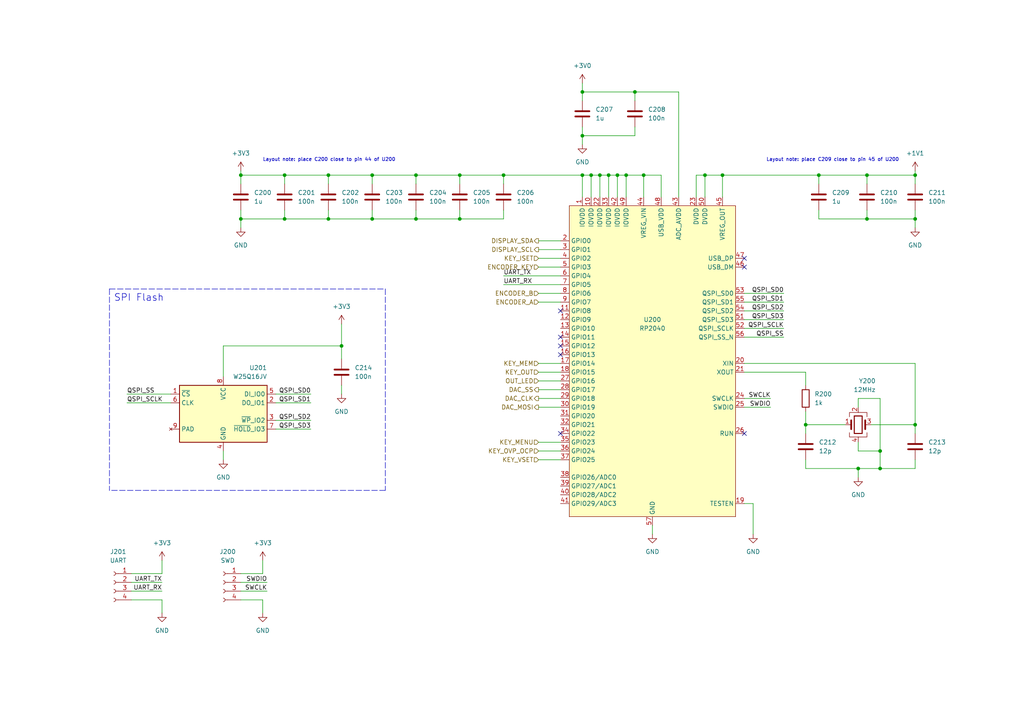
<source format=kicad_sch>
(kicad_sch (version 20211123) (generator eeschema)
  (paper "A4")
  (title_block (title "Linear PSU Digital Board") (date "06/2023") (rev "1") (company "Martin Kopka"))
  (lib_symbols
    (symbol "Connector:Conn_01x04_Female" (pin_names (offset 1.016) hide)
      (property "Reference" "J" (at 0 5.08 0))
      (property "Value" "Conn_01x04_Female" (at 0 -7.62 0))
      (symbol "Conn_01x04_Female_1_1"
        (arc (start 0 -4.572) (mid -0.508 -5.08) (end 0 -5.588) (stroke (width 0.1524)))
        (arc (start 0 -2.032) (mid -0.508 -2.54) (end 0 -3.048) (stroke (width 0.1524)))
        (polyline (pts (xy -1.27 -5.08) (xy -0.508 -5.08)) (stroke (width 0.1524)))
        (polyline (pts (xy -1.27 -2.54) (xy -0.508 -2.54)) (stroke (width 0.1524)))
        (polyline (pts (xy -1.27 0) (xy -0.508 0)) (stroke (width 0.1524)))
        (polyline (pts (xy -1.27 2.54) (xy -0.508 2.54)) (stroke (width 0.1524)))
        (arc (start 0 0.508) (mid -0.508 0) (end 0 -0.508) (stroke (width 0.1524)))
        (arc (start 0 3.048) (mid -0.508 2.54) (end 0 2.032) (stroke (width 0.1524)))
        (pin passive line (at -5.08 2.54 0) (length 3.81) (name "Pin_1") (number "1"))
        (pin passive line (at -5.08 0 0) (length 3.81) (name "Pin_2") (number "2"))
        (pin passive line (at -5.08 -2.54 0) (length 3.81) (name "Pin_3") (number "3"))
        (pin passive line (at -5.08 -5.08 0) (length 3.81) (name "Pin_4") (number "4"))
      )
    )
    (symbol "Device:C" (pin_numbers hide) (pin_names (offset 0.254))
      (property "Reference" "C" (at 0.635 2.54 0))
      (property "Value" "C" (at 0.635 -2.54 0))
      (symbol "C_0_1"
        (polyline (pts (xy -2.032 -0.762) (xy 2.032 -0.762)) (stroke (width 0.508)))
        (polyline (pts (xy -2.032 0.762) (xy 2.032 0.762)) (stroke (width 0.508)))
      )
      (symbol "C_1_1"
        (pin passive line (at 0 3.81 270) (length 2.794) (name "~") (number "1"))
        (pin passive line (at 0 -3.81 90) (length 2.794) (name "~") (number "2"))
      )
    )
    (symbol "Device:Crystal_GND24" (pin_names (offset 1.016) hide)
      (property "Reference" "Y" (at 3.175 5.08 0))
      (property "Value" "Crystal_GND24" (at 3.175 3.175 0))
      (symbol "Crystal_GND24_0_1"
        (rectangle (start -1.143 2.54) (end 1.143 -2.54) (stroke (width 0.3048)))
        (polyline (pts (xy -2.54 0) (xy -2.032 0)))
        (polyline (pts (xy -2.032 -1.27) (xy -2.032 1.27)) (stroke (width 0.508)))
        (polyline (pts (xy 0 -3.81) (xy 0 -3.556)))
        (polyline (pts (xy 0 3.556) (xy 0 3.81)))
        (polyline (pts (xy 2.032 -1.27) (xy 2.032 1.27)) (stroke (width 0.508)))
        (polyline (pts (xy 2.032 0) (xy 2.54 0)))
        (polyline (pts (xy -2.54 -2.286) (xy -2.54 -3.556) (xy 2.54 -3.556) (xy 2.54 -2.286)))
        (polyline (pts (xy -2.54 2.286) (xy -2.54 3.556) (xy 2.54 3.556) (xy 2.54 2.286)))
      )
      (symbol "Crystal_GND24_1_1"
        (pin passive line (at -3.81 0 0) (length 1.27) (name "1") (number "1"))
        (pin passive line (at 0 5.08 270) (length 1.27) (name "2") (number "2"))
        (pin passive line (at 3.81 0 180) (length 1.27) (name "3") (number "3"))
        (pin passive line (at 0 -5.08 90) (length 1.27) (name "4") (number "4"))
      )
    )
    (symbol "Device:R" (pin_numbers hide) (pin_names (offset 0))
      (property "Reference" "R" (at 2.032 0 90))
      (property "Value" "R" (at 0 0 90))
      (symbol "R_0_1"
        (rectangle (start -1.016 -2.54) (end 1.016 2.54) (stroke (width 0.254)))
      )
      (symbol "R_1_1"
        (pin passive line (at 0 3.81 270) (length 1.27) (name "~") (number "1"))
        (pin passive line (at 0 -3.81 90) (length 1.27) (name "~") (number "2"))
      )
    )
    (symbol "power:+1V1" (power) (pin_names (offset 0))
      (property "Value" "+1V1" (at 0 3.556 0))
      (symbol "+1V1_0_1"
        (polyline (pts (xy -0.762 1.27) (xy 0 2.54)))
        (polyline (pts (xy 0 0) (xy 0 2.54)))
        (polyline (pts (xy 0 2.54) (xy 0.762 1.27)))
      )
      (symbol "+1V1_1_1"
        (pin power_in line (at 0 0 90) (length 0) hide (name "+1V1") (number "1"))
      )
    )
    (symbol "power:+3V0" (power) (pin_names (offset 0))
      (property "Value" "+3V0" (at 0 3.556 0))
      (symbol "+3V0_0_1"
        (polyline (pts (xy -0.762 1.27) (xy 0 2.54)))
        (polyline (pts (xy 0 0) (xy 0 2.54)))
        (polyline (pts (xy 0 2.54) (xy 0.762 1.27)))
      )
      (symbol "+3V0_1_1"
        (pin power_in line (at 0 0 90) (length 0) hide (name "+3V0") (number "1"))
      )
    )
    (symbol "power:+3V3" (power) (pin_names (offset 0))
      (property "Value" "+3V3" (at 0 3.556 0))
      (symbol "+3V3_0_1"
        (polyline (pts (xy -0.762 1.27) (xy 0 2.54)))
        (polyline (pts (xy 0 0) (xy 0 2.54)))
        (polyline (pts (xy 0 2.54) (xy 0.762 1.27)))
      )
      (symbol "+3V3_1_1"
        (pin power_in line (at 0 0 90) (length 0) hide (name "+3V3") (number "1"))
      )
    )
    (symbol "power:GND" (power) (pin_names (offset 0))
      (property "Value" "GND" (at 0 -3.81 0))
      (symbol "GND_0_1"
        (polyline (pts (xy 0 0) (xy 0 -1.27) (xy 1.27 -1.27) (xy 0 -2.54) (xy -1.27 -1.27) (xy 0 -1.27)))
      )
      (symbol "GND_1_1"
        (pin power_in line (at 0 0 270) (length 0) hide (name "GND") (number "1"))
      )
    )
    (symbol "w-digital-ic:W25Q16JV"
      (property "Reference" "U" (at 15.24 12.7 0))
      (property "Value" "W25Q16JV" (at 15.24 10.16 0))
      (symbol "W25Q16JV_0_1"
        (rectangle (start -12.7 7.62) (end 12.7 -8.89) (stroke (width 0.254)) (fill (type background)))
      )
      (symbol "W25Q16JV_1_1"
        (pin input line (at -15.24 5.08 0) (length 2.54) (name "~{CS}") (number "1"))
        (pin bidirectional line (at 15.24 2.54 180) (length 2.54) (name "DO_IO1") (number "2"))
        (pin bidirectional line (at 15.24 -2.54 180) (length 2.54) (name "~{WP}_IO2") (number "3"))
        (pin power_in line (at 0 -11.43 90) (length 2.54) (name "GND") (number "4"))
        (pin bidirectional line (at 15.24 5.08 180) (length 2.54) (name "DI_IO0") (number "5"))
        (pin input line (at -15.24 2.54 0) (length 2.54) (name "CLK") (number "6"))
        (pin bidirectional line (at 15.24 -5.08 180) (length 2.54) (name "~{HOLD}_IO3") (number "7"))
        (pin power_in line (at 0 10.16 270) (length 2.54) (name "VCC") (number "8"))
        (pin no_connect line (at -15.24 -5.08 0) (length 2.54) (name "PAD") (number "9"))
      )
    )
    (symbol "w-mcu:RP2040"
      (property "Reference" "U" (at 22.86 -55.88 0))
      (property "Value" "RP2040" (at 22.86 -58.42 0))
      (symbol "RP2040_0_1"
        (rectangle (start -24.13 36.83) (end 24.13 -53.34) (fill (type background)))
      )
      (symbol "RP2040_1_1"
        (pin power_in line (at -20.32 39.37 270) (length 2.54) (name "IOVDD") (number "1"))
        (pin power_in line (at -17.78 39.37 270) (length 2.54) (name "IOVDD") (number "10"))
        (pin bidirectional line (at -26.67 6.35 0) (length 2.54) (name "GPIO8") (number "11"))
        (pin bidirectional line (at -26.67 3.81 0) (length 2.54) (name "GPIO9") (number "12"))
        (pin bidirectional line (at -26.67 1.27 0) (length 2.54) (name "GPIO10") (number "13"))
        (pin bidirectional line (at -26.67 -1.27 0) (length 2.54) (name "GPIO11") (number "14"))
        (pin bidirectional line (at -26.67 -3.81 0) (length 2.54) (name "GPIO12") (number "15"))
        (pin bidirectional line (at -26.67 -6.35 0) (length 2.54) (name "GPIO13") (number "16"))
        (pin bidirectional line (at -26.67 -8.89 0) (length 2.54) (name "GPIO14") (number "17"))
        (pin bidirectional line (at -26.67 -11.43 0) (length 2.54) (name "GPIO15") (number "18"))
        (pin input line (at 26.67 -49.53 180) (length 2.54) (name "TESTEN") (number "19"))
        (pin bidirectional line (at -26.67 26.67 0) (length 2.54) (name "GPIO0") (number "2"))
        (pin input line (at 26.67 -8.89 180) (length 2.54) (name "XIN") (number "20"))
        (pin output line (at 26.67 -11.43 180) (length 2.54) (name "XOUT") (number "21"))
        (pin power_in line (at -15.24 39.37 270) (length 2.54) (name "IOVDD") (number "22"))
        (pin power_in line (at 12.7 39.37 270) (length 2.54) (name "DVDD") (number "23"))
        (pin bidirectional line (at 26.67 -19.05 180) (length 2.54) (name "SWCLK") (number "24"))
        (pin bidirectional line (at 26.67 -21.59 180) (length 2.54) (name "SWDIO") (number "25"))
        (pin input line (at 26.67 -29.21 180) (length 2.54) (name "RUN") (number "26"))
        (pin bidirectional line (at -26.67 -13.97 0) (length 2.54) (name "GPIO16") (number "27"))
        (pin bidirectional line (at -26.67 -16.51 0) (length 2.54) (name "GPIO17") (number "28"))
        (pin bidirectional line (at -26.67 -19.05 0) (length 2.54) (name "GPIO18") (number "29"))
        (pin bidirectional line (at -26.67 24.13 0) (length 2.54) (name "GPIO1") (number "3"))
        (pin bidirectional line (at -26.67 -21.59 0) (length 2.54) (name "GPIO19") (number "30"))
        (pin bidirectional line (at -26.67 -24.13 0) (length 2.54) (name "GPIO20") (number "31"))
        (pin bidirectional line (at -26.67 -26.67 0) (length 2.54) (name "GPIO21") (number "32"))
        (pin power_in line (at -12.7 39.37 270) (length 2.54) (name "IOVDD") (number "33"))
        (pin bidirectional line (at -26.67 -29.21 0) (length 2.54) (name "GPIO22") (number "34"))
        (pin bidirectional line (at -26.67 -31.75 0) (length 2.54) (name "GPIO23") (number "35"))
        (pin bidirectional line (at -26.67 -34.29 0) (length 2.54) (name "GPIO24") (number "36"))
        (pin bidirectional line (at -26.67 -36.83 0) (length 2.54) (name "GPIO25") (number "37"))
        (pin bidirectional line (at -26.67 -41.91 0) (length 2.54) (name "GPIO26/ADC0") (number "38"))
        (pin bidirectional line (at -26.67 -44.45 0) (length 2.54) (name "GPIO27/ADC1") (number "39"))
        (pin bidirectional line (at -26.67 21.59 0) (length 2.54) (name "GPIO2") (number "4"))
        (pin bidirectional line (at -26.67 -46.99 0) (length 2.54) (name "GPIO28/ADC2") (number "40"))
        (pin bidirectional line (at -26.67 -49.53 0) (length 2.54) (name "GPIO29/ADC3") (number "41"))
        (pin power_in line (at -10.16 39.37 270) (length 2.54) (name "IOVDD") (number "42"))
        (pin power_in line (at 7.62 39.37 270) (length 2.54) (name "ADC_AVDD") (number "43"))
        (pin power_in line (at -2.54 39.37 270) (length 2.54) (name "VREG_VIN") (number "44"))
        (pin power_out line (at 20.32 39.37 270) (length 2.54) (name "VREG_OUT") (number "45"))
        (pin bidirectional line (at 26.67 19.05 180) (length 2.54) (name "USB_DM") (number "46"))
        (pin bidirectional line (at 26.67 21.59 180) (length 2.54) (name "USB_DP") (number "47"))
        (pin power_in line (at 2.54 39.37 270) (length 2.54) (name "USB_VDD") (number "48"))
        (pin power_in line (at -7.62 39.37 270) (length 2.54) (name "IOVDD") (number "49"))
        (pin bidirectional line (at -26.67 19.05 0) (length 2.54) (name "GPIO3") (number "5"))
        (pin power_in line (at 15.24 39.37 270) (length 2.54) (name "DVDD") (number "50"))
        (pin bidirectional line (at 26.67 3.81 180) (length 2.54) (name "QSPI_SD3") (number "51"))
        (pin output line (at 26.67 1.27 180) (length 2.54) (name "QSPI_SCLK") (number "52"))
        (pin bidirectional line (at 26.67 11.43 180) (length 2.54) (name "QSPI_SD0") (number "53"))
        (pin bidirectional line (at 26.67 6.35 180) (length 2.54) (name "QSPI_SD2") (number "54"))
        (pin bidirectional line (at 26.67 8.89 180) (length 2.54) (name "QSPI_SD1") (number "55"))
        (pin output line (at 26.67 -1.27 180) (length 2.54) (name "QSPI_SS_N") (number "56"))
        (pin power_in line (at 0 -55.88 90) (length 2.54) (name "GND") (number "57"))
        (pin bidirectional line (at -26.67 16.51 0) (length 2.54) (name "GPIO4") (number "6"))
        (pin bidirectional line (at -26.67 13.97 0) (length 2.54) (name "GPIO5") (number "7"))
        (pin bidirectional line (at -26.67 11.43 0) (length 2.54) (name "GPIO6") (number "8"))
        (pin bidirectional line (at -26.67 8.89 0) (length 2.54) (name "GPIO7") (number "9"))
      )
    )
  )
  (junction (at 209.55 50.8))
  (junction (at 255.27 135.89))
  (junction (at 107.95 63.5))
  (junction (at 251.46 50.8))
  (junction (at 204.47 50.8))
  (junction (at 69.85 63.5))
  (junction (at 176.53 50.8))
  (junction (at 120.65 63.5))
  (junction (at 95.25 50.8))
  (junction (at 133.35 50.8))
  (junction (at 233.68 123.19))
  (junction (at 107.95 50.8))
  (junction (at 255.27 130.81))
  (junction (at 168.91 50.8))
  (junction (at 95.25 63.5))
  (junction (at 251.46 63.5))
  (junction (at 82.55 50.8))
  (junction (at 265.43 63.5))
  (junction (at 181.61 50.8))
  (junction (at 173.99 50.8))
  (junction (at 69.85 50.8))
  (junction (at 82.55 63.5))
  (junction (at 133.35 63.5))
  (junction (at 184.15 26.67))
  (junction (at 146.05 50.8))
  (junction (at 179.07 50.8))
  (junction (at 120.65 50.8))
  (junction (at 237.49 50.8))
  (junction (at 186.69 50.8))
  (junction (at 265.43 50.8))
  (junction (at 168.91 39.37))
  (junction (at 99.06 100.33))
  (junction (at 265.43 123.19))
  (junction (at 171.45 50.8))
  (junction (at 168.91 26.67))
  (junction (at 248.92 135.89))
  (no_connect (at 215.9 74.93))
  (no_connect (at 215.9 77.47))
  (no_connect (at 215.9 125.73))
  (no_connect (at 162.56 90.17))
  (no_connect (at 162.56 97.79))
  (no_connect (at 162.56 100.33))
  (no_connect (at 162.56 102.87))
  (no_connect (at 162.56 125.73))
  (wire (pts (xy 168.91 50.8) (xy 168.91 57.15)))
  (wire (pts (xy 146.05 50.8) (xy 168.91 50.8)))
  (wire (pts (xy 233.68 123.19) (xy 233.68 125.73)))
  (wire (pts (xy 146.05 80.01) (xy 162.56 80.01)))
  (wire (pts (xy 133.35 60.96) (xy 133.35 63.5)))
  (wire (pts (xy 99.06 104.14) (xy 99.06 100.33)))
  (wire (pts (xy 233.68 123.19) (xy 245.11 123.19)))
  (wire (pts (xy 265.43 133.35) (xy 265.43 135.89)))
  (wire (pts (xy 156.21 72.39) (xy 162.56 72.39)))
  (wire (pts (xy 191.77 50.8) (xy 191.77 57.15)))
  (wire (pts (xy 248.92 115.57) (xy 255.27 115.57)))
  (wire (pts (xy 223.52 115.57) (xy 215.9 115.57)))
  (wire (pts (xy 209.55 57.15) (xy 209.55 50.8)))
  (wire (pts (xy 146.05 82.55) (xy 162.56 82.55)))
  (wire (pts (xy 181.61 50.8) (xy 181.61 57.15)))
  (wire (pts (xy 69.85 49.53) (xy 69.85 50.8)))
  (wire (pts (xy 107.95 50.8) (xy 120.65 50.8)))
  (wire (pts (xy 168.91 41.91) (xy 168.91 39.37)))
  (wire (pts (xy 156.21 128.27) (xy 162.56 128.27)))
  (wire (pts (xy 196.85 26.67) (xy 196.85 57.15)))
  (wire (pts (xy 82.55 63.5) (xy 82.55 60.96)))
  (wire (pts (xy 248.92 118.11) (xy 248.92 115.57)))
  (wire (pts (xy 38.1 173.99) (xy 46.99 173.99)))
  (wire (pts (xy 265.43 60.96) (xy 265.43 63.5)))
  (wire (pts (xy 77.47 168.91) (xy 69.85 168.91)))
  (wire (pts (xy 251.46 63.5) (xy 265.43 63.5)))
  (wire (pts (xy 173.99 50.8) (xy 173.99 57.15)))
  (wire (pts (xy 76.2 166.37) (xy 76.2 162.56)))
  (wire (pts (xy 156.21 87.63) (xy 162.56 87.63)))
  (wire (pts (xy 265.43 135.89) (xy 255.27 135.89)))
  (wire (pts (xy 179.07 50.8) (xy 179.07 57.15)))
  (wire (pts (xy 173.99 50.8) (xy 176.53 50.8)))
  (wire (pts (xy 233.68 133.35) (xy 233.68 135.89)))
  (wire (pts (xy 95.25 63.5) (xy 82.55 63.5)))
  (wire (pts (xy 227.33 92.71) (xy 215.9 92.71)))
  (wire (pts (xy 38.1 166.37) (xy 46.99 166.37)))
  (wire (pts (xy 99.06 111.76) (xy 99.06 114.3)))
  (wire (pts (xy 184.15 26.67) (xy 184.15 29.21)))
  (wire (pts (xy 233.68 123.19) (xy 233.68 119.38)))
  (wire (pts (xy 237.49 63.5) (xy 251.46 63.5)))
  (wire (pts (xy 265.43 105.41) (xy 265.43 123.19)))
  (wire (pts (xy 265.43 123.19) (xy 265.43 125.73)))
  (wire (pts (xy 69.85 166.37) (xy 76.2 166.37)))
  (wire (pts (xy 46.99 171.45) (xy 38.1 171.45)))
  (wire (pts (xy 76.2 173.99) (xy 76.2 177.8)))
  (wire (pts (xy 237.49 60.96) (xy 237.49 63.5)))
  (wire (pts (xy 186.69 50.8) (xy 181.61 50.8)))
  (wire (pts (xy 156.21 85.09) (xy 162.56 85.09)))
  (wire (pts (xy 227.33 87.63) (xy 215.9 87.63)))
  (wire (pts (xy 90.17 121.92) (xy 80.01 121.92)))
  (wire (pts (xy 248.92 135.89) (xy 248.92 138.43)))
  (wire (pts (xy 196.85 26.67) (xy 184.15 26.67)))
  (wire (pts (xy 36.83 116.84) (xy 49.53 116.84)))
  (wire (pts (xy 120.65 50.8) (xy 133.35 50.8)))
  (polyline (pts (xy 31.75 83.82) (xy 111.76 83.82)))
  (wire (pts (xy 171.45 50.8) (xy 173.99 50.8)))
  (wire (pts (xy 46.99 173.99) (xy 46.99 177.8)))
  (wire (pts (xy 251.46 50.8) (xy 265.43 50.8)))
  (wire (pts (xy 189.23 152.4) (xy 189.23 154.94)))
  (wire (pts (xy 156.21 107.95) (xy 162.56 107.95)))
  (wire (pts (xy 77.47 171.45) (xy 69.85 171.45)))
  (wire (pts (xy 146.05 60.96) (xy 146.05 63.5)))
  (wire (pts (xy 171.45 50.8) (xy 168.91 50.8)))
  (wire (pts (xy 251.46 60.96) (xy 251.46 63.5)))
  (wire (pts (xy 186.69 50.8) (xy 186.69 57.15)))
  (wire (pts (xy 233.68 135.89) (xy 248.92 135.89)))
  (wire (pts (xy 156.21 105.41) (xy 162.56 105.41)))
  (wire (pts (xy 46.99 166.37) (xy 46.99 162.56)))
  (wire (pts (xy 265.43 63.5) (xy 265.43 66.04)))
  (wire (pts (xy 133.35 53.34) (xy 133.35 50.8)))
  (wire (pts (xy 82.55 53.34) (xy 82.55 50.8)))
  (wire (pts (xy 69.85 63.5) (xy 69.85 66.04)))
  (wire (pts (xy 146.05 53.34) (xy 146.05 50.8)))
  (wire (pts (xy 156.21 113.03) (xy 162.56 113.03)))
  (wire (pts (xy 168.91 24.13) (xy 168.91 26.67)))
  (wire (pts (xy 251.46 50.8) (xy 251.46 53.34)))
  (wire (pts (xy 233.68 107.95) (xy 215.9 107.95)))
  (wire (pts (xy 156.21 110.49) (xy 162.56 110.49)))
  (wire (pts (xy 95.25 60.96) (xy 95.25 63.5)))
  (wire (pts (xy 201.93 57.15) (xy 201.93 50.8)))
  (wire (pts (xy 64.77 130.81) (xy 64.77 133.35)))
  (wire (pts (xy 90.17 116.84) (xy 80.01 116.84)))
  (wire (pts (xy 156.21 74.93) (xy 162.56 74.93)))
  (wire (pts (xy 176.53 50.8) (xy 176.53 57.15)))
  (wire (pts (xy 64.77 100.33) (xy 64.77 109.22)))
  (wire (pts (xy 133.35 63.5) (xy 120.65 63.5)))
  (wire (pts (xy 184.15 36.83) (xy 184.15 39.37)))
  (wire (pts (xy 69.85 63.5) (xy 82.55 63.5)))
  (wire (pts (xy 107.95 53.34) (xy 107.95 50.8)))
  (polyline (pts (xy 111.76 142.24) (xy 31.75 142.24)))
  (wire (pts (xy 69.85 50.8) (xy 69.85 53.34)))
  (wire (pts (xy 90.17 124.46) (xy 80.01 124.46)))
  (wire (pts (xy 227.33 97.79) (xy 215.9 97.79)))
  (wire (pts (xy 69.85 50.8) (xy 82.55 50.8)))
  (wire (pts (xy 201.93 50.8) (xy 204.47 50.8)))
  (wire (pts (xy 156.21 69.85) (xy 162.56 69.85)))
  (wire (pts (xy 95.25 50.8) (xy 107.95 50.8)))
  (wire (pts (xy 223.52 118.11) (xy 215.9 118.11)))
  (wire (pts (xy 99.06 100.33) (xy 64.77 100.33)))
  (wire (pts (xy 171.45 50.8) (xy 171.45 57.15)))
  (wire (pts (xy 120.65 53.34) (xy 120.65 50.8)))
  (polyline (pts (xy 111.76 83.82) (xy 111.76 142.24)))
  (wire (pts (xy 168.91 39.37) (xy 168.91 36.83)))
  (wire (pts (xy 69.85 60.96) (xy 69.85 63.5)))
  (wire (pts (xy 168.91 26.67) (xy 184.15 26.67)))
  (wire (pts (xy 209.55 50.8) (xy 237.49 50.8)))
  (wire (pts (xy 255.27 130.81) (xy 255.27 135.89)))
  (wire (pts (xy 248.92 130.81) (xy 248.92 128.27)))
  (wire (pts (xy 146.05 63.5) (xy 133.35 63.5)))
  (wire (pts (xy 237.49 50.8) (xy 251.46 50.8)))
  (wire (pts (xy 156.21 118.11) (xy 162.56 118.11)))
  (wire (pts (xy 237.49 50.8) (xy 237.49 53.34)))
  (wire (pts (xy 107.95 60.96) (xy 107.95 63.5)))
  (wire (pts (xy 176.53 50.8) (xy 179.07 50.8)))
  (wire (pts (xy 227.33 90.17) (xy 215.9 90.17)))
  (wire (pts (xy 265.43 49.53) (xy 265.43 50.8)))
  (wire (pts (xy 46.99 168.91) (xy 38.1 168.91)))
  (wire (pts (xy 218.44 146.05) (xy 215.9 146.05)))
  (wire (pts (xy 184.15 39.37) (xy 168.91 39.37)))
  (wire (pts (xy 156.21 130.81) (xy 162.56 130.81)))
  (wire (pts (xy 95.25 53.34) (xy 95.25 50.8)))
  (wire (pts (xy 191.77 50.8) (xy 186.69 50.8)))
  (wire (pts (xy 233.68 111.76) (xy 233.68 107.95)))
  (wire (pts (xy 265.43 50.8) (xy 265.43 53.34)))
  (polyline (pts (xy 31.75 83.82) (xy 31.75 142.24)))
  (wire (pts (xy 255.27 115.57) (xy 255.27 130.81)))
  (wire (pts (xy 120.65 60.96) (xy 120.65 63.5)))
  (wire (pts (xy 204.47 57.15) (xy 204.47 50.8)))
  (wire (pts (xy 156.21 133.35) (xy 162.56 133.35)))
  (wire (pts (xy 204.47 50.8) (xy 209.55 50.8)))
  (wire (pts (xy 156.21 115.57) (xy 162.56 115.57)))
  (wire (pts (xy 168.91 26.67) (xy 168.91 29.21)))
  (wire (pts (xy 255.27 135.89) (xy 248.92 135.89)))
  (wire (pts (xy 218.44 154.94) (xy 218.44 146.05)))
  (wire (pts (xy 99.06 93.98) (xy 99.06 100.33)))
  (wire (pts (xy 181.61 50.8) (xy 179.07 50.8)))
  (wire (pts (xy 133.35 50.8) (xy 146.05 50.8)))
  (wire (pts (xy 90.17 114.3) (xy 80.01 114.3)))
  (wire (pts (xy 82.55 50.8) (xy 95.25 50.8)))
  (wire (pts (xy 227.33 85.09) (xy 215.9 85.09)))
  (wire (pts (xy 107.95 63.5) (xy 95.25 63.5)))
  (wire (pts (xy 156.21 77.47) (xy 162.56 77.47)))
  (wire (pts (xy 69.85 173.99) (xy 76.2 173.99)))
  (wire (pts (xy 120.65 63.5) (xy 107.95 63.5)))
  (wire (pts (xy 252.73 123.19) (xy 265.43 123.19)))
  (wire (pts (xy 227.33 95.25) (xy 215.9 95.25)))
  (wire (pts (xy 215.9 105.41) (xy 265.43 105.41)))
  (wire (pts (xy 36.83 114.3) (xy 49.53 114.3)))
  (wire (pts (xy 255.27 130.81) (xy 248.92 130.81)))
  (text "SPI Flash" (at 33.02 87.63 0) (effects (font (size 2 2)) (justify left bottom)))
  (text "Layout note: place C200 close to pin 44 of U200" (at 76.2 46.99 0) (effects (font (size 1 1)) (justify left bottom)))
  (text "Layout note: place C209 close to pin 45 of U200" (at 222.25 46.99 0) (effects (font (size 1 1)) (justify left bottom)))
  (label "UART_TX" (at 146.05 80.01 0))
  (label "QSPI_SD3" (at 90.17 124.46 180))
  (label "QSPI_SS" (at 227.33 97.79 180))
  (label "UART_RX" (at 46.99 171.45 180))
  (label "QSPI_SD1" (at 90.17 116.84 180))
  (label "UART_TX" (at 46.99 168.91 180))
  (label "QSPI_SD0" (at 90.17 114.3 180))
  (label "UART_RX" (at 146.05 82.55 0))
  (label "QSPI_SCLK" (at 227.33 95.25 180))
  (label "SWDIO" (at 223.52 118.11 180))
  (label "QSPI_SS" (at 36.83 114.3 0))
  (label "QSPI_SD2" (at 227.33 90.17 180))
  (label "SWCLK" (at 77.47 171.45 180))
  (label "QSPI_SD3" (at 227.33 92.71 180))
  (label "QSPI_SCLK" (at 36.83 116.84 0))
  (label "QSPI_SD0" (at 227.33 85.09 180))
  (label "SWDIO" (at 77.47 168.91 180))
  (label "QSPI_SD1" (at 227.33 87.63 180))
  (label "QSPI_SD2" (at 90.17 121.92 180))
  (label "SWCLK" (at 223.52 115.57 180))
  (hierarchical_label "KEY_ISET" (shape input) (at 156.21 74.93 180))
  (hierarchical_label "DAC_SS" (shape output) (at 156.21 113.03 180))
  (hierarchical_label "ENCODER_A" (shape input) (at 156.21 87.63 180))
  (hierarchical_label "KEY_VSET" (shape input) (at 156.21 133.35 180))
  (hierarchical_label "DAC_MOSI" (shape output) (at 156.21 118.11 180))
  (hierarchical_label "DISPLAY_SCL" (shape output) (at 156.21 72.39 180))
  (hierarchical_label "KEY_MEM" (shape input) (at 156.21 105.41 180))
  (hierarchical_label "ENCODER_B" (shape input) (at 156.21 85.09 180))
  (hierarchical_label "DISPLAY_SDA" (shape output) (at 156.21 69.85 180))
  (hierarchical_label "KEY_OUT" (shape input) (at 156.21 107.95 180))
  (hierarchical_label "OUT_LED" (shape input) (at 156.21 110.49 180))
  (hierarchical_label "KEY_OVP_OCP" (shape input) (at 156.21 130.81 180))
  (hierarchical_label "DAC_CLK" (shape output) (at 156.21 115.57 180))
  (hierarchical_label "KEY_MENU" (shape input) (at 156.21 128.27 180))
  (hierarchical_label "ENCODER_KEY" (shape input) (at 156.21 77.47 180))
  (symbol (lib_id "w-mcu:RP2040") (at 189.23 96.52 0) (unit 1)
    (property "Reference" "U200" (at 189.23 92.71 0))
    (property "Value" "RP2040" (at 189.23 95.25 0))
    (property "Footprint" "w-ic:QFN-56 7x7mm P0.4mm" (effects hide))
    (property "Datasheet" "https://datasheets.raspberrypi.com/rp2040/rp2040-datasheet.pdf" (effects hide))
  )
  (symbol (lib_id "power:GND") (at 248.92 138.43 0) (unit 1)
    (property "Reference" "#PWR0112" (effects hide))
    (property "Value" "GND" (at 248.92 143.51 0))
  )
  (symbol (lib_id "power:GND") (at 69.85 66.04 0) (unit 1)
    (property "Reference" "#PWR0117" (effects hide))
    (property "Value" "GND" (at 69.85 71.12 0))
  )
  (symbol (lib_id "power:GND") (at 265.43 66.04 0) (unit 1)
    (property "Reference" "#PWR0109" (effects hide))
    (property "Value" "GND" (at 265.43 71.12 0))
  )
  (symbol (lib_id "Device:C") (at 95.25 57.15 0) (unit 1)
    (property "Reference" "C202" (at 99.06 55.8799 0) (effects (justify left)))
    (property "Value" "100n" (at 99.06 58.4199 0) (effects (justify left)))
    (property "Footprint" "Capacitor_SMD:C_0402_1005Metric" (effects hide))
  )
  (symbol (lib_id "power:+3V3") (at 76.2 162.56 0) (unit 1)
    (property "Reference" "#PWR0177" (effects hide))
    (property "Value" "+3V3" (at 76.2 157.48 0))
  )
  (symbol (lib_id "Device:C") (at 265.43 57.15 0) (unit 1)
    (property "Reference" "C211" (at 269.24 55.8799 0) (effects (justify left)))
    (property "Value" "100n" (at 269.24 58.4199 0) (effects (justify left)))
    (property "Footprint" "Capacitor_SMD:C_0402_1005Metric" (effects hide))
  )
  (symbol (lib_id "Device:C") (at 82.55 57.15 0) (unit 1)
    (property "Reference" "C201" (at 86.36 55.8799 0) (effects (justify left)))
    (property "Value" "100n" (at 86.36 58.4199 0) (effects (justify left)))
    (property "Footprint" "Capacitor_SMD:C_0402_1005Metric" (effects hide))
  )
  (symbol (lib_id "w-digital-ic:W25Q16JV") (at 64.77 119.38 0) (unit 1)
    (property "Reference" "U201" (at 77.47 106.68 0) (effects (justify right)))
    (property "Value" "W25Q16JV" (at 77.47 109.22 0) (effects (justify right)))
    (property "Footprint" "w-ic:USON-8 2x3mm" (effects hide))
    (property "Datasheet" "https://cz.mouser.com/datasheet/2/949/w25q16jv_spi_revg_03222018_plus-1489727.pdf" (effects hide))
  )
  (symbol (lib_id "Device:C") (at 69.85 57.15 0) (unit 1)
    (property "Reference" "C200" (at 73.66 55.8799 0) (effects (justify left)))
    (property "Value" "1u" (at 73.66 58.4199 0) (effects (justify left)))
    (property "Footprint" "Capacitor_SMD:C_0402_1005Metric" (effects hide))
  )
  (symbol (lib_id "Device:C") (at 265.43 129.54 0) (unit 1)
    (property "Reference" "C213" (at 269.24 128.2699 0) (effects (justify left)))
    (property "Value" "12p" (at 269.24 130.8099 0) (effects (justify left)))
    (property "Footprint" "Capacitor_SMD:C_0402_1005Metric" (effects hide))
  )
  (symbol (lib_id "power:GND") (at 64.77 133.35 0) (unit 1)
    (property "Reference" "#PWR0120" (effects hide))
    (property "Value" "GND" (at 64.77 138.43 0))
  )
  (symbol (lib_id "Device:Crystal_GND24") (at 248.92 123.19 0) (unit 1)
    (property "Reference" "Y200" (at 254 110.49 0) (effects (justify right)))
    (property "Value" "12MHz" (at 254 113.03 0) (effects (justify right)))
    (property "Footprint" "w-crystal:Crystal 3225 3.2x2.5mm 4pin" (effects hide))
  )
  (symbol (lib_id "power:+3V3") (at 46.99 162.56 0) (unit 1)
    (property "Reference" "#PWR0125" (effects hide))
    (property "Value" "+3V3" (at 46.99 157.48 0))
  )
  (symbol (lib_id "power:+1V1") (at 265.43 49.53 0) (unit 1)
    (property "Reference" "#PWR0110" (effects hide))
    (property "Value" "+1V1" (at 265.43 44.45 0))
  )
  (symbol (lib_id "Device:C") (at 184.15 33.02 0) (unit 1)
    (property "Reference" "C208" (at 187.96 31.7499 0) (effects (justify left)))
    (property "Value" "100n" (at 187.96 34.2899 0) (effects (justify left)))
    (property "Footprint" "Capacitor_SMD:C_0402_1005Metric" (effects hide))
  )
  (symbol (lib_id "Device:C") (at 146.05 57.15 0) (unit 1)
    (property "Reference" "C206" (at 149.86 55.8799 0) (effects (justify left)))
    (property "Value" "100n" (at 149.86 58.4199 0) (effects (justify left)))
    (property "Footprint" "Capacitor_SMD:C_0402_1005Metric" (effects hide))
  )
  (symbol (lib_id "Device:C") (at 168.91 33.02 0) (unit 1)
    (property "Reference" "C207" (at 172.72 31.7499 0) (effects (justify left)))
    (property "Value" "1u" (at 172.72 34.2899 0) (effects (justify left)))
    (property "Footprint" "Capacitor_SMD:C_0402_1005Metric" (effects hide))
  )
  (symbol (lib_id "Device:C") (at 233.68 129.54 0) (unit 1)
    (property "Reference" "C212" (at 237.49 128.2699 0) (effects (justify left)))
    (property "Value" "12p" (at 237.49 130.8099 0) (effects (justify left)))
    (property "Footprint" "Capacitor_SMD:C_0402_1005Metric" (effects hide))
  )
  (symbol (lib_id "power:+3V3") (at 99.06 93.98 0) (unit 1)
    (property "Reference" "#PWR0115" (effects hide))
    (property "Value" "+3V3" (at 99.06 88.9 0))
  )
  (symbol (lib_id "Device:C") (at 99.06 107.95 0) (unit 1)
    (property "Reference" "C214" (at 102.87 106.6799 0) (effects (justify left)))
    (property "Value" "100n" (at 102.87 109.2199 0) (effects (justify left)))
    (property "Footprint" "Capacitor_SMD:C_0402_1005Metric" (effects hide))
  )
  (symbol (lib_id "power:GND") (at 46.99 177.8 0) (unit 1)
    (property "Reference" "#PWR0119" (effects hide))
    (property "Value" "GND" (at 46.99 182.88 0))
  )
  (symbol (lib_id "power:GND") (at 76.2 177.8 0) (unit 1)
    (property "Reference" "#PWR0178" (effects hide))
    (property "Value" "GND" (at 76.2 182.88 0))
  )
  (symbol (lib_id "power:+3V0") (at 168.91 24.13 0) (unit 1)
    (property "Reference" "#PWR0137" (effects hide))
    (property "Value" "+3V0" (at 168.91 19.05 0))
  )
  (symbol (lib_id "Device:R") (at 233.68 115.57 0) (unit 1)
    (property "Reference" "R200" (at 236.22 114.2999 0) (effects (justify left)))
    (property "Value" "1k" (at 236.22 116.8399 0) (effects (justify left)))
    (property "Footprint" "Resistor_SMD:R_0402_1005Metric" (effects hide))
  )
  (symbol (lib_id "Connector:Conn_01x04_Female") (at 33.02 168.91 0) (mirror y) (unit 1)
    (property "Reference" "J201" (at 34.29 160.02 0))
    (property "Value" "UART" (at 34.29 162.56 0))
    (property "Footprint" "Connector_PinHeader_2.54mm:PinHeader_1x04_P2.54mm_Vertical" (effects hide))
  )
  (symbol (lib_id "power:GND") (at 99.06 114.3 0) (unit 1)
    (property "Reference" "#PWR0118" (effects hide))
    (property "Value" "GND" (at 99.06 119.38 0))
  )
  (symbol (lib_id "power:+3V3") (at 69.85 49.53 0) (unit 1)
    (property "Reference" "#PWR0111" (effects hide))
    (property "Value" "+3V3" (at 69.85 44.45 0))
  )
  (symbol (lib_id "Connector:Conn_01x04_Female") (at 64.77 168.91 0) (mirror y) (unit 1)
    (property "Reference" "J200" (at 66.04 160.02 0))
    (property "Value" "SWD" (at 66.04 162.56 0))
    (property "Footprint" "Connector_PinHeader_2.54mm:PinHeader_1x04_P2.54mm_Vertical" (effects hide))
  )
  (symbol (lib_id "power:GND") (at 218.44 154.94 0) (unit 1)
    (property "Reference" "#PWR0113" (effects hide))
    (property "Value" "GND" (at 218.44 160.02 0))
  )
  (symbol (lib_id "Device:C") (at 133.35 57.15 0) (unit 1)
    (property "Reference" "C205" (at 137.16 55.8799 0) (effects (justify left)))
    (property "Value" "100n" (at 137.16 58.4199 0) (effects (justify left)))
    (property "Footprint" "Capacitor_SMD:C_0402_1005Metric" (effects hide))
  )
  (symbol (lib_id "Device:C") (at 120.65 57.15 0) (unit 1)
    (property "Reference" "C204" (at 124.46 55.8799 0) (effects (justify left)))
    (property "Value" "100n" (at 124.46 58.4199 0) (effects (justify left)))
    (property "Footprint" "Capacitor_SMD:C_0402_1005Metric" (effects hide))
  )
  (symbol (lib_id "Device:C") (at 237.49 57.15 0) (unit 1)
    (property "Reference" "C209" (at 241.3 55.8799 0) (effects (justify left)))
    (property "Value" "1u" (at 241.3 58.4199 0) (effects (justify left)))
    (property "Footprint" "Capacitor_SMD:C_0402_1005Metric" (effects hide))
  )
  (symbol (lib_id "Device:C") (at 107.95 57.15 0) (unit 1)
    (property "Reference" "C203" (at 111.76 55.8799 0) (effects (justify left)))
    (property "Value" "100n" (at 111.76 58.4199 0) (effects (justify left)))
    (property "Footprint" "Capacitor_SMD:C_0402_1005Metric" (effects hide))
  )
  (symbol (lib_id "power:GND") (at 168.91 41.91 0) (unit 1)
    (property "Reference" "#PWR0136" (effects hide))
    (property "Value" "GND" (at 168.91 46.99 0))
  )
  (symbol (lib_id "Device:C") (at 251.46 57.15 0) (unit 1)
    (property "Reference" "C210" (at 255.27 55.8799 0) (effects (justify left)))
    (property "Value" "100n" (at 255.27 58.4199 0) (effects (justify left)))
    (property "Footprint" "Capacitor_SMD:C_0402_1005Metric" (effects hide))
  )
  (symbol (lib_id "power:GND") (at 189.23 154.94 0) (unit 1)
    (property "Reference" "#PWR0114" (effects hide))
    (property "Value" "GND" (at 189.23 160.02 0))
  )
)
</source>
